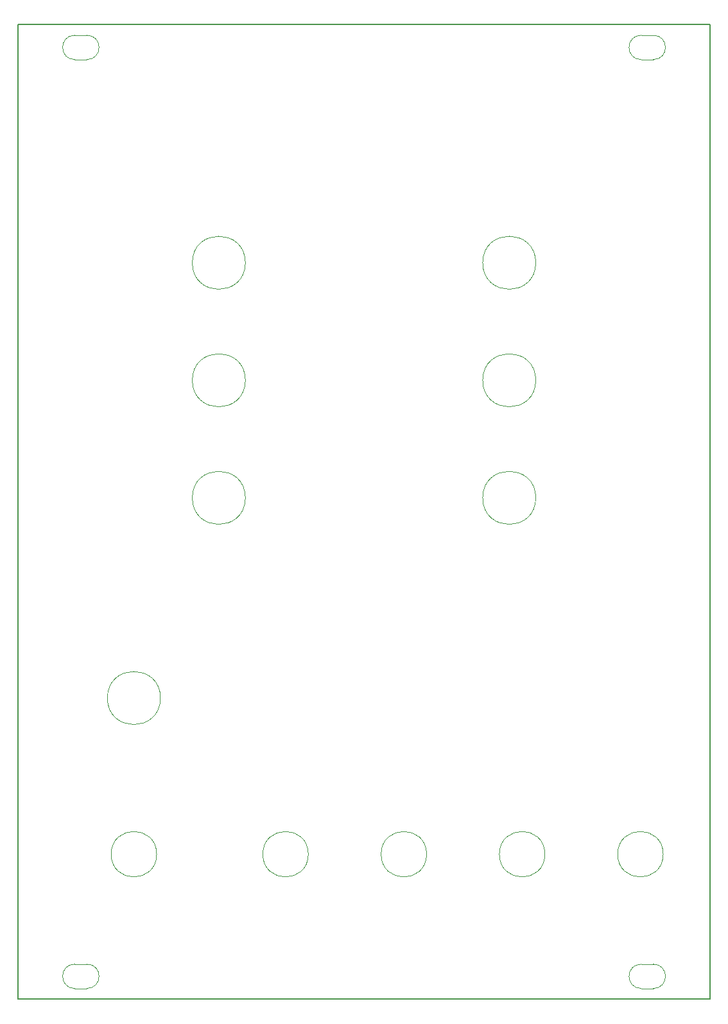
<source format=gbr>
%TF.GenerationSoftware,KiCad,Pcbnew,(6.0.1)*%
%TF.CreationDate,2022-08-28T22:10:02+02:00*%
%TF.ProjectId,pannel - copia (3),70616e6e-656c-4202-9d20-636f70696120,rev?*%
%TF.SameCoordinates,Original*%
%TF.FileFunction,Other,User*%
%FSLAX46Y46*%
G04 Gerber Fmt 4.6, Leading zero omitted, Abs format (unit mm)*
G04 Created by KiCad (PCBNEW (6.0.1)) date 2022-08-28 22:10:02*
%MOMM*%
%LPD*%
G01*
G04 APERTURE LIST*
%TA.AperFunction,Profile*%
%ADD10C,0.100000*%
%TD*%
%ADD11C,0.150000*%
G04 APERTURE END LIST*
D10*
X123800000Y-39600000D02*
G75*
G03*
X123800000Y-36400000I0J1600000D01*
G01*
X108300000Y-97400000D02*
G75*
G03*
X108300000Y-97400000I-3500000J0D01*
G01*
X93900000Y-144400000D02*
G75*
G03*
X93900000Y-144400000I-3000000J0D01*
G01*
X122200000Y-36400000D02*
G75*
G03*
X122200000Y-39600000I0J-1600000D01*
G01*
X122200000Y-158900000D02*
G75*
G03*
X122200000Y-162100000I0J-1600000D01*
G01*
X125100000Y-144400000D02*
G75*
G03*
X125100000Y-144400000I-3000000J0D01*
G01*
X58300000Y-144400000D02*
G75*
G03*
X58300000Y-144400000I-3000000J0D01*
G01*
X123800000Y-162100000D02*
G75*
G03*
X123800000Y-158900000I0J1600000D01*
G01*
X47500000Y-158900000D02*
X49100000Y-158900000D01*
X122200000Y-36400000D02*
X123800000Y-36400000D01*
X131300000Y-35000000D02*
X131300000Y-163500000D01*
X122200000Y-39600000D02*
X123800000Y-39600000D01*
X47500000Y-36400000D02*
G75*
G03*
X47500000Y-39600000I0J-1600000D01*
G01*
X70000000Y-81900000D02*
G75*
G03*
X70000000Y-81900000I-3500000J0D01*
G01*
X47500000Y-158900000D02*
G75*
G03*
X47500000Y-162100000I0J-1600000D01*
G01*
X109500000Y-144400000D02*
G75*
G03*
X109500000Y-144400000I-3000000J0D01*
G01*
X49100000Y-162100000D02*
G75*
G03*
X49100000Y-158900000I0J1600000D01*
G01*
X70000000Y-97400000D02*
G75*
G03*
X70000000Y-97400000I-3500000J0D01*
G01*
X122200000Y-162100000D02*
X123800000Y-162100000D01*
X108300000Y-66400000D02*
G75*
G03*
X108300000Y-66400000I-3500000J0D01*
G01*
X70000000Y-66400000D02*
G75*
G03*
X70000000Y-66400000I-3500000J0D01*
G01*
X123800000Y-158900000D02*
X122200000Y-158900000D01*
X40000000Y-163500000D02*
X40000000Y-35000000D01*
X47500000Y-36400000D02*
X49100000Y-36400000D01*
X131300000Y-163500000D02*
X40000000Y-163500000D01*
X78300000Y-144400000D02*
G75*
G03*
X78300000Y-144400000I-3000000J0D01*
G01*
X58800000Y-123800000D02*
G75*
G03*
X58800000Y-123800000I-3500000J0D01*
G01*
X47500000Y-39600000D02*
X49100000Y-39600000D01*
X47500000Y-162100000D02*
X49100000Y-162100000D01*
X108300000Y-81900000D02*
G75*
G03*
X108300000Y-81900000I-3500000J0D01*
G01*
X40000000Y-35000000D02*
X131300000Y-35000000D01*
X49100000Y-39600000D02*
G75*
G03*
X49100000Y-36400000I0J1600000D01*
G01*
D11*
X40000000Y-35000000D02*
X131300000Y-35000000D01*
X131300000Y-163500000D02*
X40000000Y-163500000D01*
X131300000Y-35000000D02*
X131300000Y-163500000D01*
X40000000Y-163500000D02*
X40000000Y-35000000D01*
M02*

</source>
